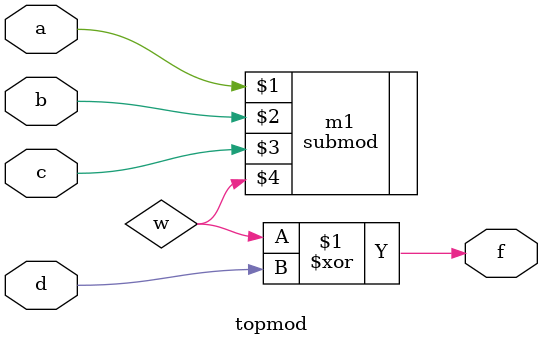
<source format=v>
module topmod(a,b,c,d,f);
    input a,b,c,d;
    output f;
    xor g1(f,w,d);
    submod m1(a,b,c,w);
endmodule
</source>
